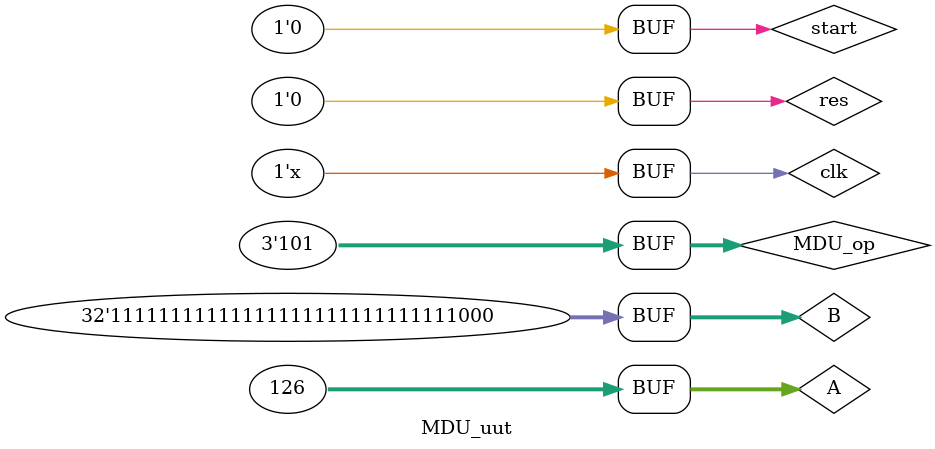
<source format=v>
`timescale 1ns / 1ps

module MDU_uut;

	// Inputs
	reg clk;
	reg res;
	reg start;
	reg [2:0] MDU_op;
	reg [31:0] A;
	reg [31:0] B;

	// Outputs
	wire [31:0] HI;
	wire [31:0] LO;
	wire busy;

	// Instantiate the Unit Under Test (UUT)
	MDU uut (
		.clk(clk), 
		.res(res), 
		.start(start), 
		.MDU_op(MDU_op), 
		.A(A), 
		.B(B), 
		.HI(HI), 
		.LO(LO), 
		.busy(busy)
	);

	initial begin
		// Initialize Inputs
		clk = 0;
		res = 1;
		start = 0;
		MDU_op = 0;
		A = 0;
		B = 0;

		// Wait 100 ns for global reset to finish
		#10;
      res = 0;
		MDU_op = 3'b101;
		A = 126;
		B = -8;
		start = 1;
		#10;
		start = 0;
		// Add stimulus here

	end
   always #5 clk = ~clk;
endmodule


</source>
